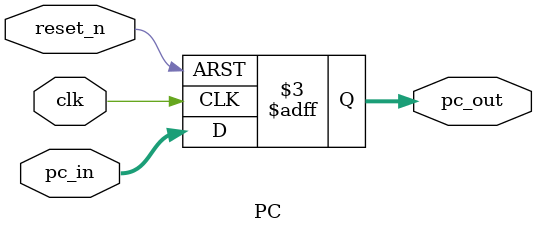
<source format=v>

module PC // edit test bench
#(
    parameter DATA_WIDTH = 32
) (
    input wire clk,reset_n,
    input wire [DATA_WIDTH - 1 : 0] pc_in,
    output reg [DATA_WIDTH - 1 : 0] pc_out
);

    always @(posedge clk, negedge reset_n) begin
        if(!reset_n)
            pc_out <= 'd0;
        else
            pc_out <= pc_in;
    
    end

endmodule
</source>
